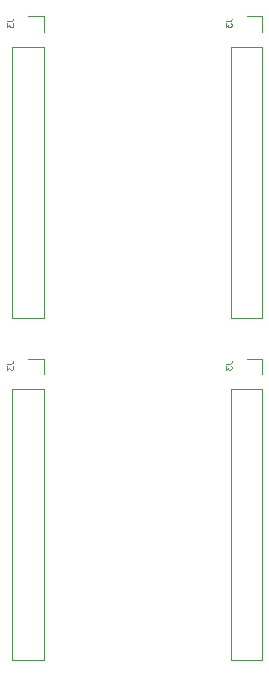
<source format=gbo>
%MOIN*%
%OFA0B0*%
%FSLAX46Y46*%
%IPPOS*%
%LPD*%
%ADD10C,0.0047244094488188976*%
%ADD11C,0.004921259842519685*%
%ADD22C,0.0047244094488188976*%
%ADD23C,0.004921259842519685*%
%ADD24C,0.0047244094488188976*%
%ADD25C,0.004921259842519685*%
%ADD26C,0.0047244094488188976*%
%ADD27C,0.004921259842519685*%
G01*
D10*
X0000642913Y0001085826D02*
X0000590551Y0001085826D01*
X0000642913Y0001033464D02*
X0000642913Y0001085826D01*
X0000642913Y0000983464D02*
X0000538188Y0000983464D01*
X0000538188Y0000983464D02*
X0000538188Y0000081102D01*
X0000642913Y0000983464D02*
X0000642913Y0000081102D01*
X0000642913Y0000081102D02*
X0000538188Y0000081102D01*
D11*
X0000520716Y0001069553D02*
X0000534776Y0001069553D01*
X0000537589Y0001070491D01*
X0000539463Y0001072365D01*
X0000540401Y0001075178D01*
X0000540401Y0001077052D01*
X0000520716Y0001062054D02*
X0000520716Y0001049868D01*
X0000528215Y0001056430D01*
X0000528215Y0001053618D01*
X0000529152Y0001051743D01*
X0000530089Y0001050806D01*
X0000531964Y0001049868D01*
X0000536651Y0001049868D01*
X0000538526Y0001050806D01*
X0000539463Y0001051743D01*
X0000540401Y0001053618D01*
X0000540401Y0001059242D01*
X0000539463Y0001061117D01*
X0000538526Y0001062054D01*
G04 next file*
G04 #@! TF.GenerationSoftware,KiCad,Pcbnew,(5.0.0)*
G04 #@! TF.CreationDate,2018-09-18T20:25:08+02:00*
G04 #@! TF.ProjectId,pcb_relay_main,7063625F72656C61795F6D61696E2E6B,rev?*
G04 #@! TF.SameCoordinates,PXeb14aa0PY7f13bd0*
G04 #@! TF.FileFunction,Legend,Bot*
G04 #@! TF.FilePolarity,Positive*
G04 Gerber Fmt 4.6, Leading zero omitted, Abs format (unit mm)*
G04 Created by KiCad (PCBNEW (5.0.0)) date 09/18/18 20:25:08*
G01*
G04 APERTURE LIST*
G04 APERTURE END LIST*
D22*
G04 #@! TO.C,J3*
X0001371259Y0001085826D02*
X0001318897Y0001085826D01*
X0001371259Y0001033464D02*
X0001371259Y0001085826D01*
X0001371259Y0000983464D02*
X0001266535Y0000983464D01*
X0001266535Y0000983464D02*
X0001266535Y0000081102D01*
X0001371259Y0000983464D02*
X0001371259Y0000081102D01*
X0001371259Y0000081102D02*
X0001266535Y0000081102D01*
D23*
X0001249062Y0001069553D02*
X0001263123Y0001069553D01*
X0001265935Y0001070491D01*
X0001267810Y0001072365D01*
X0001268747Y0001075178D01*
X0001268747Y0001077052D01*
X0001249062Y0001062054D02*
X0001249062Y0001049868D01*
X0001256561Y0001056430D01*
X0001256561Y0001053618D01*
X0001257499Y0001051743D01*
X0001258436Y0001050806D01*
X0001260311Y0001049868D01*
X0001264998Y0001049868D01*
X0001266872Y0001050806D01*
X0001267810Y0001051743D01*
X0001268747Y0001053618D01*
X0001268747Y0001059242D01*
X0001267810Y0001061117D01*
X0001266872Y0001062054D01*
G04 #@! TD*
G04 next file*
G04 #@! TF.GenerationSoftware,KiCad,Pcbnew,(5.0.0)*
G04 #@! TF.CreationDate,2018-09-18T20:25:08+02:00*
G04 #@! TF.ProjectId,pcb_relay_main,7063625F72656C61795F6D61696E2E6B,rev?*
G04 #@! TF.SameCoordinates,PXeb14aa0PY7f13bd0*
G04 #@! TF.FileFunction,Legend,Bot*
G04 #@! TF.FilePolarity,Positive*
G04 Gerber Fmt 4.6, Leading zero omitted, Abs format (unit mm)*
G04 Created by KiCad (PCBNEW (5.0.0)) date 09/18/18 20:25:08*
G01*
G04 APERTURE LIST*
G04 APERTURE END LIST*
D24*
G04 #@! TO.C,J3*
X0000642913Y0002227559D02*
X0000590551Y0002227559D01*
X0000642913Y0002175196D02*
X0000642913Y0002227559D01*
X0000642913Y0002125196D02*
X0000538188Y0002125196D01*
X0000538188Y0002125196D02*
X0000538188Y0001222834D01*
X0000642913Y0002125196D02*
X0000642913Y0001222834D01*
X0000642913Y0001222834D02*
X0000538188Y0001222834D01*
D25*
X0000520716Y0002211286D02*
X0000534776Y0002211286D01*
X0000537589Y0002212223D01*
X0000539463Y0002214098D01*
X0000540401Y0002216910D01*
X0000540401Y0002218785D01*
X0000520716Y0002203787D02*
X0000520716Y0002191601D01*
X0000528215Y0002198162D01*
X0000528215Y0002195350D01*
X0000529152Y0002193475D01*
X0000530089Y0002192538D01*
X0000531964Y0002191601D01*
X0000536651Y0002191601D01*
X0000538526Y0002192538D01*
X0000539463Y0002193475D01*
X0000540401Y0002195350D01*
X0000540401Y0002200974D01*
X0000539463Y0002202849D01*
X0000538526Y0002203787D01*
G04 #@! TD*
G04 next file*
G04 #@! TF.GenerationSoftware,KiCad,Pcbnew,(5.0.0)*
G04 #@! TF.CreationDate,2018-09-18T20:25:08+02:00*
G04 #@! TF.ProjectId,pcb_relay_main,7063625F72656C61795F6D61696E2E6B,rev?*
G04 #@! TF.SameCoordinates,PXeb14aa0PY7f13bd0*
G04 #@! TF.FileFunction,Legend,Bot*
G04 #@! TF.FilePolarity,Positive*
G04 Gerber Fmt 4.6, Leading zero omitted, Abs format (unit mm)*
G04 Created by KiCad (PCBNEW (5.0.0)) date 09/18/18 20:25:08*
G01*
G04 APERTURE LIST*
G04 APERTURE END LIST*
D26*
G04 #@! TO.C,J3*
X0001371259Y0002227559D02*
X0001318897Y0002227559D01*
X0001371259Y0002175196D02*
X0001371259Y0002227559D01*
X0001371259Y0002125196D02*
X0001266535Y0002125196D01*
X0001266535Y0002125196D02*
X0001266535Y0001222834D01*
X0001371259Y0002125196D02*
X0001371259Y0001222834D01*
X0001371259Y0001222834D02*
X0001266535Y0001222834D01*
D27*
X0001249062Y0002211286D02*
X0001263123Y0002211286D01*
X0001265935Y0002212223D01*
X0001267810Y0002214098D01*
X0001268747Y0002216910D01*
X0001268747Y0002218785D01*
X0001249062Y0002203787D02*
X0001249062Y0002191601D01*
X0001256561Y0002198162D01*
X0001256561Y0002195350D01*
X0001257499Y0002193475D01*
X0001258436Y0002192538D01*
X0001260311Y0002191601D01*
X0001264998Y0002191601D01*
X0001266872Y0002192538D01*
X0001267810Y0002193475D01*
X0001268747Y0002195350D01*
X0001268747Y0002200974D01*
X0001267810Y0002202849D01*
X0001266872Y0002203787D01*
G04 #@! TD*
M02*
</source>
